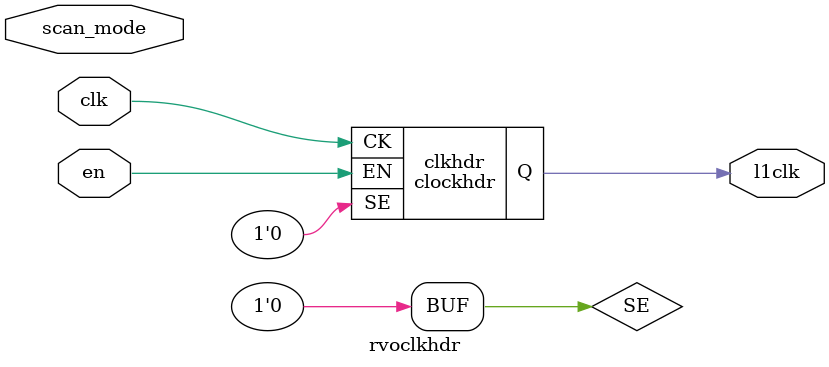
<source format=sv>



module rvdff #(
    parameter WIDTH = 1,
    SHORT = 0
) (
    input logic [WIDTH-1:0] din,
    input logic             clk,
    input logic             rst_l,

    output logic [WIDTH-1:0] dout
);

  if (SHORT == 1) begin
    assign dout = din;
  end 
  else begin
    always_ff @(posedge clk or negedge rst_l) begin
      if (rst_l == 0) dout[WIDTH-1:0] <= 0;
      else dout[WIDTH-1:0] <= din[WIDTH-1:0];
    end

  end
endmodule

// rvdff with 2:1 input mux to flop din iff sel==1
module rvdffs #(
    parameter WIDTH = 1,
    SHORT = 0
) (
    input  logic [WIDTH-1:0] din,
    input  logic             en,
    input  logic             clk,
    input  logic             rst_l,
    output logic [WIDTH-1:0] dout
);

  if (SHORT == 1) begin : genblock
    assign dout = din;
  end else begin : genblock
    rvdff #(WIDTH) dffs (
        .din((en) ? din[WIDTH-1:0] : dout[WIDTH-1:0]),
        .*
    );
  end

endmodule

// rvdff with en and clear
module rvdffsc #(
    parameter WIDTH = 1,
    SHORT = 0
) (
    input  logic [WIDTH-1:0] din,
    input  logic             en,
    input  logic             clear,
    input  logic             clk,
    input  logic             rst_l,
    output logic [WIDTH-1:0] dout
);

  logic [WIDTH-1:0] din_new;
  if (SHORT == 1) begin
    assign dout = din;
  end else begin
    assign din_new = {WIDTH{~clear}} & (en ? din[WIDTH-1:0] : dout[WIDTH-1:0]);
    rvdff #(WIDTH) dffsc (
        .din(din_new[WIDTH-1:0]),
        .*
    );
  end
endmodule

module rvdffe #(
    parameter WIDTH = 1,
    SHORT = 0,
    OVERRIDE = 0
) (
    input  logic [WIDTH-1:0] din,
    input  logic             en,
    input  logic             clk,
    input  logic             rst_l,
    input  logic             scan_mode,
    output logic [WIDTH-1:0] dout
);

  logic l1clk;

  if (SHORT == 1) begin : genblock
    if (1) begin : genblock
      assign dout = din;
    end
  end else begin : genblock
    rvclkhdr clkhdr (.*);
    rvdff #(WIDTH) dff (
        .*,
        .clk(l1clk)
    );
  end  // else: !if(SHORT == 1)

endmodule  // rvdffe


module rvdffpcie #(
    parameter WIDTH = 31
) (
    input  logic [WIDTH-1:0] din,
    input  logic             clk,
    input  logic             rst_l,
    input  logic             en,
    input  logic             scan_mode,
    output logic [WIDTH-1:0] dout
);

  rvdfflie #(
      .WIDTH(WIDTH),
      .LEFT (19)
  ) dff (
      .*
  );


endmodule

// format: { LEFT, EXTRA }
// LEFT # of bits will be done with rvdffie, all else EXTRA with rvdffe
module rvdfflie #(
    parameter WIDTH = 16,
    LEFT = 8
) (
    input  logic [WIDTH-1:0] din,
    input  logic             clk,
    input  logic             rst_l,
    input  logic             en,
    input  logic             scan_mode,
    output logic [WIDTH-1:0] dout
);

  localparam EXTRA = WIDTH - LEFT;

  localparam LMSB = WIDTH - 1;
  localparam LLSB = LMSB - LEFT + 1;
  localparam XMSB = LLSB - 1;
  localparam XLSB = LLSB - EXTRA;

  rvdffiee #(LEFT) dff_left (
      .*,
      .din (din[LMSB:LLSB]),
      .dout(dout[LMSB:LLSB])
  );
  rvdffe #(EXTRA) dff_extra (
      .*,
      .din (din[XMSB:XLSB]),
      .dout(dout[XMSB:XLSB])
  );

endmodule




// special power flop for predict packet
// format: { LEFT, RIGHT==31 }
// LEFT # of bits will be done with rvdffe; RIGHT is enabled by LEFT[LSB] & en
module rvdffppe #(
    parameter WIDTH = 32
) (
    input  logic [WIDTH-1:0] din,
    input  logic             clk,
    input  logic             rst_l,
    input  logic             en,
    input  logic             scan_mode,
    output logic [WIDTH-1:0] dout
);

  localparam RIGHT = 31;
  localparam LEFT = WIDTH - RIGHT;

  localparam LMSB = WIDTH - 1;
  localparam LLSB = LMSB - LEFT + 1;
  localparam RMSB = LLSB - 1;
  localparam RLSB = LLSB - RIGHT;

  rvdffe #(LEFT) dff_left (
      .*,
      .din (din[LMSB:LLSB]),
      .dout(dout[LMSB:LLSB])
  );
  rvdffe #(RIGHT) dff_right (
      .*,
      .din (din[RMSB:RLSB]),
      .dout(dout[RMSB:RLSB]),
      .en  (en & din[LLSB])
  );  // qualify with pret

endmodule




module rvdffie #(
    parameter WIDTH = 1,
    OVERRIDE = 0
) (
    input logic [WIDTH-1:0] din,

    input  logic             clk,
    input  logic             rst_l,
    input  logic             scan_mode,
    output logic [WIDTH-1:0] dout
);

  logic l1clk;
  logic en;

  assign en = |(din ^ dout);

  rvclkhdr clkhdr (.*);
  rvdff #(WIDTH) dff (
      .*,
      .clk(l1clk)
  );

endmodule

// ie flop but it has an .en input
module rvdffiee #(
    parameter WIDTH = 1,
    OVERRIDE = 0
) (
    input logic [WIDTH-1:0] din,

    input  logic             clk,
    input  logic             rst_l,
    input  logic             scan_mode,
    input  logic             en,
    output logic [WIDTH-1:0] dout
);

  logic l1clk;
  logic final_en;


  assign final_en = (|(din ^ dout)) & en;

  rvdffe #(WIDTH) dff (
      .*,
      .en(final_en)
  );

endmodule



module rvsyncss #(
    parameter WIDTH = 251
) (
    input  logic             clk,
    input  logic             rst_l,
    input  logic [WIDTH-1:0] din,
    output logic [WIDTH-1:0] dout
);

  logic [WIDTH-1:0] din_ff1;

  rvdff #(WIDTH) sync_ff1 (
      .*,
      .din (din[WIDTH-1:0]),
      .dout(din_ff1[WIDTH-1:0])
  );
  rvdff #(WIDTH) sync_ff2 (
      .*,
      .din (din_ff1[WIDTH-1:0]),
      .dout(dout[WIDTH-1:0])
  );

endmodule  // rvsyncss

module rvlsadder (
    input logic [31:0] rs1,
    input logic [11:0] offset,

    output logic [31:0] dout
);

  logic         cout;
  logic         sign;

  logic [31:12] rs1_inc;
  logic [31:12] rs1_dec;

  assign {cout, dout[11:0]} = {1'b0, rs1[11:0]} + {1'b0, offset[11:0]};

  assign rs1_inc[31:12] = rs1[31:12] + 1;

  assign rs1_dec[31:12] = rs1[31:12] - 1;

  assign sign = offset[11];

  assign dout[31:12] = ({20{  sign ^~  cout}} &     rs1[31:12]) |
                        ({20{ ~sign &   cout}}  & rs1_inc[31:12]) |
                        ({20{  sign &  ~cout}}  & rs1_dec[31:12]);

endmodule  // rvlsadder

// assume we only maintain pc[31:1] in the pipe

module rvbradder (
    input [31:1] pc,
    input [12:1] offset,

    output [31:1] dout
);

  logic         cout;
  logic         sign;

  logic [31:13] pc_inc;
  logic [31:13] pc_dec;

  assign {cout, dout[12:1]} = {1'b0, pc[12:1]} + {1'b0, offset[12:1]};

  assign pc_inc[31:13] = pc[31:13] + 1;

  assign pc_dec[31:13] = pc[31:13] - 1;

  assign sign = offset[12];


  assign dout[31:13] = ({19{  sign ^~  cout}} &     pc[31:13]) |
                        ({19{ ~sign &   cout}}  & pc_inc[31:13]) |
                        ({19{  sign &  ~cout}}  & pc_dec[31:13]);


endmodule  // rvbradder


// 2s complement circuit
module rvtwoscomp #(
    parameter WIDTH = 32
) (
    input logic [WIDTH-1:0] din,

    output logic [WIDTH-1:0] dout
);

  logic [WIDTH-1:1]          dout_temp;   // holding for all other bits except for the lsb. LSB is always din

  genvar i;

  for (i = 1; i < WIDTH; i++) begin : flip_after_first_one
    assign dout_temp[i] = (|din[i-1:0]) ? ~din[i] : din[i];
  end : flip_after_first_one

  assign dout[WIDTH-1:0] = {dout_temp[WIDTH-1:1], din[0]};

endmodule  // 2'scomp

// find first
module rvfindfirst1 #(
    parameter WIDTH = 32,
    SHIFT = $clog2(WIDTH)
) (
    input logic [WIDTH-1:0] din,

    output logic [SHIFT-1:0] dout
);
  logic done;

  always_comb begin
    dout[SHIFT-1:0] = {SHIFT{1'b0}};
    done    = 1'b0;

    for (int i = WIDTH - 1; i > 0; i--) begin : find_first_one
      done |= din[i];
      dout[SHIFT-1:0] += done ? 1'b0 : 1'b1;
    end : find_first_one
  end
endmodule  // rvfindfirst1

module rvfindfirst1hot #(
    parameter WIDTH = 32
) (
    input logic [WIDTH-1:0] din,

    output logic [WIDTH-1:0] dout
);
  logic done;

  always_comb begin
    dout[WIDTH-1:0] = {WIDTH{1'b0}};
    done    = 1'b0;
    for (int i = 0; i < WIDTH; i++) begin : find_first_one
      dout[i] = ~done & din[i];
      done |= din[i];
    end : find_first_one
  end
endmodule  // rvfindfirst1hot

// mask and match function matches bits after finding the first 0 position
// find first starting from LSB. Skip that location and match the rest of the bits
module rvmaskandmatch #(
    parameter WIDTH = 32
) (
    input logic [WIDTH-1:0] mask,  // this will have the mask in the lower bit positions
    input  logic [WIDTH-1:0] data,     // this is what needs to be matched on the upper bits with the mask's upper bits
    input logic masken,  // when 1 : do mask. 0 : full match
    output logic match
);

  logic [WIDTH-1:0] matchvec;
  logic             masken_or_fullmask;

  assign masken_or_fullmask = masken & ~(&mask[WIDTH-1:0]);

  assign matchvec[0]        = masken_or_fullmask | (mask[0] == data[0]);
  genvar i;

  for (i = 1; i < WIDTH; i++) begin : match_after_first_zero
    assign matchvec[i] = (&mask[i-1:0] & masken_or_fullmask) ? 1'b1 : (mask[i] == data[i]);
  end : match_after_first_zero

  assign match = &matchvec[WIDTH-1:0];  // all bits either matched or were masked off

endmodule  // rvmaskandmatch




// Check if the S_ADDR <= addr < E_ADDR
module rvrangecheck #(
    CCM_SADR = 32'h0,
    CCM_SIZE = 128
) (
    input  logic [31:0] addr,      // Address to be checked for range
    output logic        in_range,  // S_ADDR <= start_addr < E_ADDR
    output logic        in_region
);

  localparam REGION_BITS = 4;
  localparam MASK_BITS = 10 + $clog2(CCM_SIZE);

  logic [31:0] start_addr;
  logic [ 3:0] region;

  assign start_addr[31:0]        = CCM_SADR;
  assign region[REGION_BITS-1:0] = start_addr[31:(32-REGION_BITS)];

  assign in_region               = (addr[31:(32-REGION_BITS)] == region[REGION_BITS-1:0]);
  if (CCM_SIZE == 48)
    assign in_range  = (addr[31:MASK_BITS] == start_addr[31:MASK_BITS]) & ~(&addr[MASK_BITS-1 : MASK_BITS-2]);
  else assign in_range = (addr[31:MASK_BITS] == start_addr[31:MASK_BITS]);

endmodule  // rvrangechecker

// 16 bit even parity generator
module rveven_paritygen #(
    WIDTH = 16
) (
    input  logic [WIDTH-1:0] data_in,    // Data
    output logic             parity_out  // generated even parity
);

  assign parity_out = ^(data_in[WIDTH-1:0]);

endmodule  // rveven_paritygen

module rveven_paritycheck #(
    WIDTH = 16
) (
    input  logic [WIDTH-1:0] data_in,    // Data
    input  logic             parity_in,
    output logic             parity_err  // Parity error
);

  assign parity_err = ^(data_in[WIDTH-1:0]) ^ parity_in;

endmodule  // rveven_paritycheck

module rvecc_encode (
    input  [31:0] din,
    output [ 6:0] ecc_out
);
  logic [5:0] ecc_out_temp;

  assign ecc_out_temp[0] = din[0]^din[1]^din[3]^din[4]^din[6]^din[8]^din[10]^din[11]^din[13]^din[15]^din[17]^din[19]^din[21]^din[23]^din[25]^din[26]^din[28]^din[30];
  assign ecc_out_temp[1] = din[0]^din[2]^din[3]^din[5]^din[6]^din[9]^din[10]^din[12]^din[13]^din[16]^din[17]^din[20]^din[21]^din[24]^din[25]^din[27]^din[28]^din[31];
  assign ecc_out_temp[2] = din[1]^din[2]^din[3]^din[7]^din[8]^din[9]^din[10]^din[14]^din[15]^din[16]^din[17]^din[22]^din[23]^din[24]^din[25]^din[29]^din[30]^din[31];
  assign ecc_out_temp[3] = din[4]^din[5]^din[6]^din[7]^din[8]^din[9]^din[10]^din[18]^din[19]^din[20]^din[21]^din[22]^din[23]^din[24]^din[25];
  assign ecc_out_temp[4] = din[11]^din[12]^din[13]^din[14]^din[15]^din[16]^din[17]^din[18]^din[19]^din[20]^din[21]^din[22]^din[23]^din[24]^din[25];
  assign ecc_out_temp[5] = din[26] ^ din[27] ^ din[28] ^ din[29] ^ din[30] ^ din[31];

  assign ecc_out[6:0] = {(^din[31:0]) ^ (^ecc_out_temp[5:0]), ecc_out_temp[5:0]};

endmodule  // rvecc_encode

module rvecc_decode (
    input         en,
    input  [31:0] din,
    input  [ 6:0] ecc_in,
    input         sed_ded,           // only do detection and no correction. Used for the I$
    output [31:0] dout,
    output [ 6:0] ecc_out,
    output        single_ecc_error,
    output        double_ecc_error

);

  logic [ 6:0] ecc_check;
  logic [38:0] error_mask;
  logic [38:0] din_plus_parity, dout_plus_parity;

  // Generate the ecc bits
  assign ecc_check[0] = ecc_in[0]^din[0]^din[1]^din[3]^din[4]^din[6]^din[8]^din[10]^din[11]^din[13]^din[15]^din[17]^din[19]^din[21]^din[23]^din[25]^din[26]^din[28]^din[30];
  assign ecc_check[1] = ecc_in[1]^din[0]^din[2]^din[3]^din[5]^din[6]^din[9]^din[10]^din[12]^din[13]^din[16]^din[17]^din[20]^din[21]^din[24]^din[25]^din[27]^din[28]^din[31];
  assign ecc_check[2] = ecc_in[2]^din[1]^din[2]^din[3]^din[7]^din[8]^din[9]^din[10]^din[14]^din[15]^din[16]^din[17]^din[22]^din[23]^din[24]^din[25]^din[29]^din[30]^din[31];
  assign ecc_check[3] = ecc_in[3]^din[4]^din[5]^din[6]^din[7]^din[8]^din[9]^din[10]^din[18]^din[19]^din[20]^din[21]^din[22]^din[23]^din[24]^din[25];
  assign ecc_check[4] = ecc_in[4]^din[11]^din[12]^din[13]^din[14]^din[15]^din[16]^din[17]^din[18]^din[19]^din[20]^din[21]^din[22]^din[23]^din[24]^din[25];
  assign ecc_check[5] = ecc_in[5] ^ din[26] ^ din[27] ^ din[28] ^ din[29] ^ din[30] ^ din[31];

  // This is the parity bit
  assign ecc_check[6] = ((^din[31:0]) ^ (^ecc_in[6:0])) & ~sed_ded;

  assign single_ecc_error = en & (ecc_check[6:0] != 0) & ecc_check[6];   // this will never be on for sed_ded
  assign double_ecc_error = en & (ecc_check[6:0] != 0) & ~ecc_check[6];  // all errors in the sed_ded case will be recorded as DE

  // Generate the mask for error correctiong
  for (genvar i = 1; i < 40; i++) begin
    assign error_mask[i-1] = (ecc_check[5:0] == i);
  end

  // Generate the corrected data
  assign din_plus_parity[38:0] = {
    ecc_in[6],
    din[31:26],
    ecc_in[5],
    din[25:11],
    ecc_in[4],
    din[10:4],
    ecc_in[3],
    din[3:1],
    ecc_in[2],
    din[0],
    ecc_in[1:0]
  };

  assign dout_plus_parity[38:0] = single_ecc_error ? (error_mask[38:0] ^ din_plus_parity[38:0]) : din_plus_parity[38:0];
  assign dout[31:0] = {
    dout_plus_parity[37:32],
    dout_plus_parity[30:16],
    dout_plus_parity[14:8],
    dout_plus_parity[6:4],
    dout_plus_parity[2]
  };
  assign ecc_out[6:0] = {
    (dout_plus_parity[38] ^ (ecc_check[6:0] == 7'b1000000)),
    dout_plus_parity[31],
    dout_plus_parity[15],
    dout_plus_parity[7],
    dout_plus_parity[3],
    dout_plus_parity[1:0]
  };

endmodule  // rvecc_decode

module rvecc_encode_64 (
    input  [63:0] din,
    output [ 6:0] ecc_out
);
  assign ecc_out[0] = din[0]^din[1]^din[3]^din[4]^din[6]^din[8]^din[10]^din[11]^din[13]^din[15]^din[17]^din[19]^din[21]^din[23]^din[25]^din[26]^din[28]^din[30]^din[32]^din[34]^din[36]^din[38]^din[40]^din[42]^din[44]^din[46]^din[48]^din[50]^din[52]^din[54]^din[56]^din[57]^din[59]^din[61]^din[63];

  assign ecc_out[1] = din[0]^din[2]^din[3]^din[5]^din[6]^din[9]^din[10]^din[12]^din[13]^din[16]^din[17]^din[20]^din[21]^din[24]^din[25]^din[27]^din[28]^din[31]^din[32]^din[35]^din[36]^din[39]^din[40]^din[43]^din[44]^din[47]^din[48]^din[51]^din[52]^din[55]^din[56]^din[58]^din[59]^din[62]^din[63];

  assign ecc_out[2] = din[1]^din[2]^din[3]^din[7]^din[8]^din[9]^din[10]^din[14]^din[15]^din[16]^din[17]^din[22]^din[23]^din[24]^din[25]^din[29]^din[30]^din[31]^din[32]^din[37]^din[38]^din[39]^din[40]^din[45]^din[46]^din[47]^din[48]^din[53]^din[54]^din[55]^din[56]^din[60]^din[61]^din[62]^din[63];

  assign ecc_out[3] = din[4]^din[5]^din[6]^din[7]^din[8]^din[9]^din[10]^din[18]^din[19]^din[20]^din[21]^din[22]^din[23]^din[24]^din[25]^din[33]^din[34]^din[35]^din[36]^din[37]^din[38]^din[39]^din[40]^din[49]^din[50]^din[51]^din[52]^din[53]^din[54]^din[55]^din[56];

  assign ecc_out[4] = din[11]^din[12]^din[13]^din[14]^din[15]^din[16]^din[17]^din[18]^din[19]^din[20]^din[21]^din[22]^din[23]^din[24]^din[25]^din[41]^din[42]^din[43]^din[44]^din[45]^din[46]^din[47]^din[48]^din[49]^din[50]^din[51]^din[52]^din[53]^din[54]^din[55]^din[56];

  assign ecc_out[5] = din[26]^din[27]^din[28]^din[29]^din[30]^din[31]^din[32]^din[33]^din[34]^din[35]^din[36]^din[37]^din[38]^din[39]^din[40]^din[41]^din[42]^din[43]^din[44]^din[45]^din[46]^din[47]^din[48]^din[49]^din[50]^din[51]^din[52]^din[53]^din[54]^din[55]^din[56];

  assign ecc_out[6] = din[57] ^ din[58] ^ din[59] ^ din[60] ^ din[61] ^ din[62] ^ din[63];

endmodule  // rvecc_encode_64


module rvecc_decode_64 (
    input         en,
    input  [63:0] din,
    input  [ 6:0] ecc_in,
    output        ecc_error
);

  logic [6:0] ecc_check;

  // Generate the ecc bits
  assign ecc_check[0] = ecc_in[0]^din[0]^din[1]^din[3]^din[4]^din[6]^din[8]^din[10]^din[11]^din[13]^din[15]^din[17]^din[19]^din[21]^din[23]^din[25]^din[26]^din[28]^din[30]^din[32]^din[34]^din[36]^din[38]^din[40]^din[42]^din[44]^din[46]^din[48]^din[50]^din[52]^din[54]^din[56]^din[57]^din[59]^din[61]^din[63];

  assign ecc_check[1] = ecc_in[1]^din[0]^din[2]^din[3]^din[5]^din[6]^din[9]^din[10]^din[12]^din[13]^din[16]^din[17]^din[20]^din[21]^din[24]^din[25]^din[27]^din[28]^din[31]^din[32]^din[35]^din[36]^din[39]^din[40]^din[43]^din[44]^din[47]^din[48]^din[51]^din[52]^din[55]^din[56]^din[58]^din[59]^din[62]^din[63];

  assign ecc_check[2] = ecc_in[2]^din[1]^din[2]^din[3]^din[7]^din[8]^din[9]^din[10]^din[14]^din[15]^din[16]^din[17]^din[22]^din[23]^din[24]^din[25]^din[29]^din[30]^din[31]^din[32]^din[37]^din[38]^din[39]^din[40]^din[45]^din[46]^din[47]^din[48]^din[53]^din[54]^din[55]^din[56]^din[60]^din[61]^din[62]^din[63];

  assign ecc_check[3] = ecc_in[3]^din[4]^din[5]^din[6]^din[7]^din[8]^din[9]^din[10]^din[18]^din[19]^din[20]^din[21]^din[22]^din[23]^din[24]^din[25]^din[33]^din[34]^din[35]^din[36]^din[37]^din[38]^din[39]^din[40]^din[49]^din[50]^din[51]^din[52]^din[53]^din[54]^din[55]^din[56];

  assign ecc_check[4] = ecc_in[4]^din[11]^din[12]^din[13]^din[14]^din[15]^din[16]^din[17]^din[18]^din[19]^din[20]^din[21]^din[22]^din[23]^din[24]^din[25]^din[41]^din[42]^din[43]^din[44]^din[45]^din[46]^din[47]^din[48]^din[49]^din[50]^din[51]^din[52]^din[53]^din[54]^din[55]^din[56];

  assign ecc_check[5] = ecc_in[5]^din[26]^din[27]^din[28]^din[29]^din[30]^din[31]^din[32]^din[33]^din[34]^din[35]^din[36]^din[37]^din[38]^din[39]^din[40]^din[41]^din[42]^din[43]^din[44]^din[45]^din[46]^din[47]^din[48]^din[49]^din[50]^din[51]^din[52]^din[53]^din[54]^din[55]^din[56];

  assign ecc_check[6] = ecc_in[6]^din[57]^din[58]^din[59]^din[60]^din[61]^din[62]^din[63];

  assign ecc_error = en & (ecc_check[6:0] != 0);  // all errors in the sed_ded case will be recorded as DE

endmodule  // rvecc_decode_64


module clockhdr (
    input logic SE,
    EN,
    CK,
    output Q
);

  logic en_ff;
  logic enable;

  assign enable = EN | SE;

`ifdef VERILATOR
  always @(negedge CK) begin
    en_ff <= enable;
  end
`else
  always @(CK, enable) begin
    if (!CK) en_ff = enable;
  end
`endif
  assign Q = CK & en_ff;

endmodule

module rvclkhdr (
    input  logic en,
    input  logic clk,
    input  logic scan_mode,
    output logic l1clk
);

  logic SE;
  assign SE = 0;

  clockhdr clkhdr (
      .*,
      .EN(en),
      .CK(clk),
      .Q (l1clk)
  );

endmodule  // rvclkhdr

module rvoclkhdr (
    input  logic en,
    input  logic clk,
    input  logic scan_mode,
    output logic l1clk
);

  logic SE;
  assign SE = 0;

  clockhdr clkhdr (
      .*,
      .EN(en),
      .CK(clk),
      .Q (l1clk)
  );
endmodule




</source>
